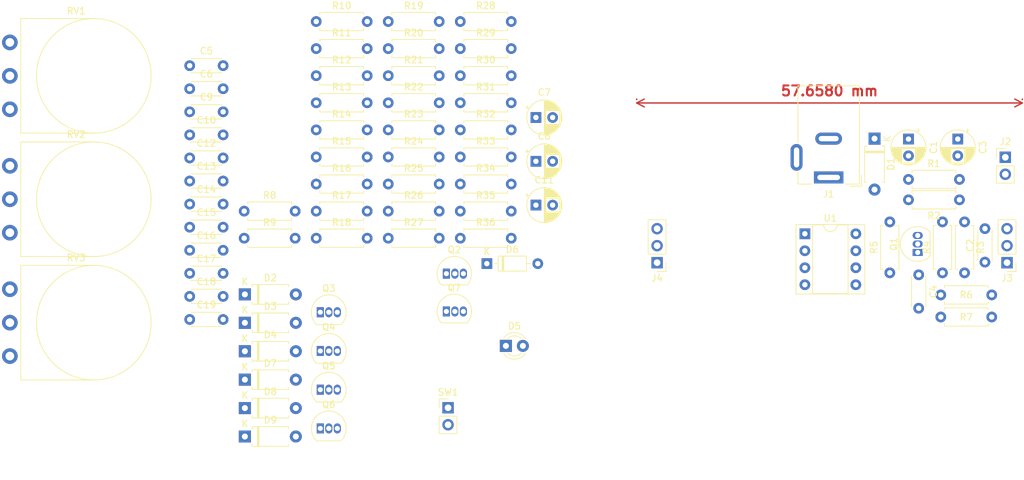
<source format=kicad_pcb>
(kicad_pcb (version 20221018) (generator pcbnew)
  (layers (0 "F.Cu" signal) (31 "B.Cu" signal) (34 "B.Paste" user) (35 "F.Paste" user) (36 "B.SilkS" user "B.Silkscreen") (37 "F.SilkS" user "F.Silkscreen") (38 "B.Mask" user) (39 "F.Mask" user) (44 "Edge.Cuts" user))
  (net 0 "")
  (net 1 "9V")
  (net 2 "Net-(D1-A)")
  (net 3 "Net-(C2-Pad1)")
  (net 4 "Net-(C2-Pad2)")
  (net 5 "4V5")
  (net 6 "Net-(Q1-E)")
  (net 7 "Net-(C4-Pad2)")
  (net 8 "Net-(C5-Pad1)")
  (net 9 "Net-(D2-K)")
  (net 10 "Net-(D2-A)")
  (net 11 "Net-(U1B-+)")
  (net 12 "GND")
  (net 13 "Net-(C8-Pad1)")
  (net 14 "Net-(C8-Pad2)")
  (net 15 "Net-(C9-Pad1)")
  (net 16 "Net-(C9-Pad2)")
  (net 17 "Net-(Q2-S)")
  (net 18 "Net-(C10-Pad2)")
  (net 19 "Net-(C11-Pad1)")
  (net 20 "Net-(C11-Pad2)")
  (net 21 "Net-(D4-K)")
  (net 22 "Net-(Q4-B)")
  (net 23 "Net-(Q6-B)")
  (net 24 "Net-(Q5-B)")
  (net 25 "Net-(Q6-C)")
  (net 26 "Net-(C15-Pad1)")
  (net 27 "Net-(D8-K)")
  (net 28 "Net-(Q7-D)")
  (net 29 "Net-(D4-A)")
  (net 30 "Net-(D5-K)")
  (net 31 "Net-(D5-A)")
  (net 32 "Net-(D6-K)")
  (net 33 "Net-(D6-A)")
  (net 34 "Net-(D7-K)")
  (net 35 "Net-(D7-A)")
  (net 36 "Net-(D8-A)")
  (net 37 "Net-(D9-K)")
  (net 38 "Net-(J2-Pin_2)")
  (net 40 "Net-(Q1-B)")
  (net 41 "Net-(Q2-D)")
  (net 42 "Net-(Q3-E)")
  (net 43 "Net-(Q3-B)")
  (net 44 "Net-(U1A-+)")
  (net 45 "Net-(R9-Pad2)")
  (net 46 "Net-(U1B--)")
  (net 47 "Net-(R14-Pad2)")
  (net 48 "Net-(R29-Pad1)")
  (net 49 "Net-(R32-Pad2)")
  (footprint "Capacitor_THT:C_Disc_D4.3mm_W1.9mm_P5.00mm" (layer "F.Cu") (at 73.878 54.64)
    (fp_text reference "C15" (at 2.5 -2.2) (layer "F.SilkS"))
    (fp_text value "1n")
    (pad "1" thru_hole circle (at 0 0) (size 1.6 1.6) (drill 0.8) (layers "*.Cu" "*.Mask") (net 26 "Net-(C15-Pad1)"))
    (pad "2" thru_hole circle (at 5 0) (size 1.6 1.6) (drill 0.8) (layers "*.Cu" "*.Mask") (net 24 "Net-(Q5-B)"))
  )
  (footprint "Resistor_THT:R_Axial_DIN0207_L6.3mm_D2.5mm_P7.62mm_Horizontal" (layer "F.Cu") (at 103.568 48.19)
    (fp_text reference "R25" (at 3.81 -2.37) (layer "F.SilkS"))
    (fp_text value "56K")
    (pad "1" thru_hole circle (at 0 0) (size 1.6 1.6) (drill 0.8) (layers "*.Cu" "*.Mask") (net 25 "Net-(Q6-C)"))
    (pad "2" thru_hole oval (at 7.62 0) (size 1.6 1.6) (drill 0.8) (layers "*.Cu" "*.Mask") (net 24 "Net-(Q5-B)"))
  )
  (footprint "Package_TO_SOT_THT:TO-92L_Inline" (layer "F.Cu") (at 112.258 67.24)
    (fp_text reference "Q7" (at 1.19 -3.56) (layer "F.SilkS"))
    (fp_text value "2SK44SP")
    (pad "1" thru_hole rect (at 0 0) (size 1.05 1.5) (drill 0.75) (layers "*.Cu" "*.Mask") (net 28 "Net-(Q7-D)"))
    (pad "2" thru_hole oval (at 1.27 0) (size 1.05 1.5) (drill 0.75) (layers "*.Cu" "*.Mask") (net 17 "Net-(Q2-S)"))
    (pad "3" thru_hole oval (at 2.54 0) (size 1.05 1.5) (drill 0.75) (layers "*.Cu" "*.Mask") (net 36 "Net-(D8-A)"))
  )
  (footprint "Resistor_THT:R_Axial_DIN0207_L6.3mm_D2.5mm_P7.62mm_Horizontal" (layer "F.Cu") (at 114.338 27.94)
    (fp_text reference "R29" (at 3.81 -2.37) (layer "F.SilkS"))
    (fp_text value "62K")
    (pad "1" thru_hole circle (at 0 0) (size 1.6 1.6) (drill 0.8) (layers "*.Cu" "*.Mask") (net 48 "Net-(R29-Pad1)"))
    (pad "2" thru_hole oval (at 7.62 0) (size 1.6 1.6) (drill 0.8) (layers "*.Cu" "*.Mask") (net 1 "9V"))
  )
  (footprint "Resistor_THT:R_Axial_DIN0207_L6.3mm_D2.5mm_P7.62mm_Horizontal" (layer "F.Cu") (at 114.338 40.09)
    (fp_text reference "R32" (at 3.81 -2.37) (layer "F.SilkS"))
    (fp_text value "22K")
    (pad "1" thru_hole circle (at 0 0) (size 1.6 1.6) (drill 0.8) (layers "*.Cu" "*.Mask") (net 26 "Net-(C15-Pad1)"))
    (pad "2" thru_hole oval (at 7.62 0) (size 1.6 1.6) (drill 0.8) (layers "*.Cu" "*.Mask") (net 49 "Net-(R32-Pad2)"))
  )
  (footprint "Resistor_THT:R_Axial_DIN0207_L6.3mm_D2.5mm_P7.62mm_Horizontal" (layer "F.Cu") (at 178.562 61.468 90)
    (fp_text reference "R5" (at 3.81 -2.37 90) (layer "F.SilkS"))
    (fp_text value "10K")
    (pad "1" thru_hole circle (at 0 0 90) (size 1.6 1.6) (drill 0.8) (layers "*.Cu" "*.Mask") (net 12 "GND"))
    (pad "2" thru_hole oval (at 7.62 0 90) (size 1.6 1.6) (drill 0.8) (layers "*.Cu" "*.Mask") (net 6 "Net-(Q1-E)"))
  )
  (footprint "Potentiometer_THT:Potentiometer_Omeg_PC16BU_Vertical" (layer "F.Cu") (at 46.99 55.464)
    (fp_text reference "RV2" (at 9.915 -14.7) (layer "F.SilkS"))
    (fp_text value "20K")
    (pad "1" thru_hole circle (at 0 0) (size 2.34 2.34) (drill 1.3) (layers "*.Cu" "*.Mask") (net 11 "Net-(U1B-+)"))
    (pad "2" thru_hole circle (at 0 -5) (size 2.34 2.34) (drill 1.3) (layers "*.Cu" "*.Mask") (net 13 "Net-(C8-Pad1)"))
    (pad "3" thru_hole circle (at 0 -10) (size 2.34 2.34) (drill 1.3) (layers "*.Cu" "*.Mask") (net 46 "Net-(U1B--)"))
  )
  (footprint "Resistor_THT:R_Axial_DIN0207_L6.3mm_D2.5mm_P7.62mm_Horizontal" (layer "F.Cu") (at 92.798 56.29)
    (fp_text reference "R18" (at 3.81 -2.37) (layer "F.SilkS"))
    (fp_text value "100")
    (pad "1" thru_hole circle (at 0 0) (size 1.6 1.6) (drill 0.8) (layers "*.Cu" "*.Mask") (net 42 "Net-(Q3-E)"))
    (pad "2" thru_hole oval (at 7.62 0) (size 1.6 1.6) (drill 0.8) (layers "*.Cu" "*.Mask") (net 19 "Net-(C11-Pad1)"))
  )
  (footprint "Connector_PinHeader_2.54mm:PinHeader_1x03_P2.54mm_Vertical" (layer "F.Cu") (at 143.764 59.944 180)
    (fp_text reference "J4" (at 0 -2.33) (layer "F.SilkS"))
    (fp_text value "OUT")
    (pad "1" thru_hole rect (at 0 0 180) (size 1.7 1.7) (drill 1) (layers "*.Cu" "*.Mask") (net 20 "Net-(C11-Pad2)"))
    (pad "2" thru_hole oval (at 0 2.54 180) (size 1.7 1.7) (drill 1) (layers "*.Cu" "*.Mask") (net 12 "GND"))
    (pad "3" thru_hole oval (at 0 5.08 180) (size 1.7 1.7) (drill 1) (layers "*.Cu" "*.Mask"))
  )
  (footprint "Resistor_THT:R_Axial_DIN0207_L6.3mm_D2.5mm_P7.62mm_Horizontal" (layer "F.Cu") (at 92.798 44.14)
    (fp_text reference "R15" (at 3.81 -2.37) (layer "F.SilkS"))
    (fp_text value "1K")
    (pad "1" thru_hole circle (at 0 0) (size 1.6 1.6) (drill 0.8) (layers "*.Cu" "*.Mask") (net 18 "Net-(C10-Pad2)"))
    (pad "2" thru_hole oval (at 7.62 0) (size 1.6 1.6) (drill 0.8) (layers "*.Cu" "*.Mask") (net 43 "Net-(Q3-B)"))
  )
  (footprint "Connector_PinHeader_2.54mm:PinHeader_1x02_P2.54mm_Vertical" (layer "F.Cu") (at 195.834 44.191)
    (fp_text reference "J2" (at 0 -2.33) (layer "F.SilkS"))
    (fp_text value "BAT")
    (pad "1" thru_hole rect (at 0 0) (size 1.7 1.7) (drill 1) (layers "*.Cu" "*.Mask") (net 31 "Net-(D5-A)"))
    (pad "2" thru_hole oval (at 0 2.54) (size 1.7 1.7) (drill 1) (layers "*.Cu" "*.Mask") (net 38 "Net-(J2-Pin_2)"))
  )
  (footprint "Resistor_THT:R_Axial_DIN0207_L6.3mm_D2.5mm_P7.62mm_Horizontal" (layer "F.Cu") (at 103.568 27.94)
    (fp_text reference "R20" (at 3.81 -2.37) (layer "F.SilkS"))
    (fp_text value "136K")
    (pad "1" thru_hole circle (at 0 0) (size 1.6 1.6) (drill 0.8) (layers "*.Cu" "*.Mask") (net 32 "Net-(D6-K)"))
    (pad "2" thru_hole oval (at 7.62 0) (size 1.6 1.6) (drill 0.8) (layers "*.Cu" "*.Mask") (net 30 "Net-(D5-K)"))
  )
  (footprint "Connector_BarrelJack:BarrelJack_Wuerth_6941xx301002" (layer "F.Cu") (at 169.418 47.202 180)
    (fp_text reference "J1" (at 0 -2.5) (layer "F.SilkS"))
    (fp_text value "DC 9V")
    (pad "1" thru_hole rect (at 0 0 180) (size 4.4 1.8) (drill oval 3.4 0.8) (layers "*.Cu" "*.Mask") (net 2 "Net-(D1-A)"))
    (pad "2" thru_hole oval (at 0 5.8 180) (size 4 1.8) (drill oval 3 0.8) (layers "*.Cu" "*.Mask") (net 1 "9V"))
    (pad "3" thru_hole oval (at 4.8 3 270) (size 4 1.8) (drill oval 3 0.8) (layers "*.Cu" "*.Mask") (net 31 "Net-(D5-A)"))
  )
  (footprint "Package_TO_SOT_THT:TO-92L_Inline" (layer "F.Cu") (at 112.258 61.59)
    (fp_text reference "Q2" (at 1.19 -3.56) (layer "F.SilkS"))
    (fp_text value "2SK44SP")
    (pad "1" thru_hole rect (at 0 0) (size 1.05 1.5) (drill 0.75) (layers "*.Cu" "*.Mask") (net 41 "Net-(Q2-D)"))
    (pad "2" thru_hole oval (at 1.27 0) (size 1.05 1.5) (drill 0.75) (layers "*.Cu" "*.Mask") (net 17 "Net-(Q2-S)"))
    (pad "3" thru_hole oval (at 2.54 0) (size 1.05 1.5) (drill 0.75) (layers "*.Cu" "*.Mask") (net 29 "Net-(D4-A)"))
  )
  (footprint "Capacitor_THT:C_Disc_D4.3mm_W1.9mm_P5.00mm" (layer "F.Cu") (at 73.878 44.29)
    (fp_text reference "C12" (at 2.5 -2.2) (layer "F.SilkS"))
    (fp_text value "0.02")
    (pad "1" thru_hole circle (at 0 0) (size 1.6 1.6) (drill 0.8) (layers "*.Cu" "*.Mask") (net 21 "Net-(D4-K)"))
    (pad "2" thru_hole circle (at 5 0) (size 1.6 1.6) (drill 0.8) (layers "*.Cu" "*.Mask") (net 12 "GND"))
  )
  (footprint "Resistor_THT:R_Axial_DIN0207_L6.3mm_D2.5mm_P7.62mm_Horizontal" (layer "F.Cu") (at 114.338 31.99)
    (fp_text reference "R30" (at 3.81 -2.37) (layer "F.SilkS"))
    (fp_text value "1M")
    (pad "1" thru_hole circle (at 0 0) (size 1.6 1.6) (drill 0.8) (layers "*.Cu" "*.Mask") (net 26 "Net-(C15-Pad1)"))
    (pad "2" thru_hole oval (at 7.62 0) (size 1.6 1.6) (drill 0.8) (layers "*.Cu" "*.Mask") (net 48 "Net-(R29-Pad1)"))
  )
  (footprint "Connector_PinHeader_2.54mm:PinHeader_1x02_P2.54mm_Vertical" (layer "F.Cu") (at 112.508 81.64)
    (fp_text reference "SW1" (at 0 -2.33) (layer "F.SilkS"))
    (fp_text value "SW_Push")
    (pad "1" thru_hole rect (at 0 0) (size 1.7 1.7) (drill 1) (layers "*.Cu" "*.Mask") (net 12 "GND"))
    (pad "2" thru_hole oval (at 0 2.54) (size 1.7 1.7) (drill 1) (layers "*.Cu" "*.Mask") (net 49 "Net-(R32-Pad2)"))
  )
  (footprint "Capacitor_THT:C_Disc_D4.3mm_W1.9mm_P5.00mm" (layer "F.Cu") (at 73.878 47.74)
    (fp_text reference "C13" (at 2.5 -2.2) (layer "F.SilkS"))
    (fp_text value "100p")
    (pad "1" thru_hole circle (at 0 0) (size 1.6 1.6) (drill 0.8) (layers "*.Cu" "*.Mask") (net 22 "Net-(Q4-B)"))
    (pad "2" thru_hole circle (at 5 0) (size 1.6 1.6) (drill 0.8) (layers "*.Cu" "*.Mask") (net 23 "Net-(Q6-B)"))
  )
  (footprint "Diode_THT:D_A-405_P7.62mm_Horizontal" (layer "F.Cu") (at 82.128 81.69)
    (fp_text reference "D8" (at 3.81 -2.47) (layer "F.SilkS"))
    (fp_text value "D")
    (fp_text user "K" (at 0 -1.9) (layer "F.SilkS"))
    (pad "1" thru_hole rect (at 0 0) (size 1.8 1.8) (drill 0.9) (layers "*.Cu" "*.Mask") (net 27 "Net-(D8-K)"))
    (pad "2" thru_hole oval (at 7.62 0) (size 1.8 1.8) (drill 0.9) (layers "*.Cu" "*.Mask") (net 36 "Net-(D8-A)"))
  )
  (footprint "Capacitor_THT:C_Disc_D4.3mm_W1.9mm_P5.00mm" (layer "F.Cu") (at 73.878 37.39)
    (fp_text reference "C9" (at 2.5 -2.2) (layer "F.SilkS"))
    (fp_text value "1uF/50V")
    (pad "1" thru_hole circle (at 0 0) (size 1.6 1.6) (drill 0.8) (layers "*.Cu" "*.Mask") (net 15 "Net-(C9-Pad1)"))
    (pad "2" thru_hole circle (at 5 0) (size 1.6 1.6) (drill 0.8) (layers "*.Cu" "*.Mask") (net 16 "Net-(C9-Pad2)"))
  )
  (footprint "Capacitor_THT:C_Disc_D4.3mm_W1.9mm_P5.00mm" (layer "F.Cu") (at 73.878 64.99)
    (fp_text reference "C18" (at 2.5 -2.2) (layer "F.SilkS"))
    (fp_text value "0.047")
    (pad "1" thru_hole circle (at 0 0) (size 1.6 1.6) (drill 0.8) (layers "*.Cu" "*.Mask") (net 12 "GND"))
    (pad "2" thru_hole circle (at 5 0) (size 1.6 1.6) (drill 0.8) (layers "*.Cu" "*.Mask") (net 27 "Net-(D8-K)"))
  )
  (footprint "Resistor_THT:R_Axial_DIN0207_L6.3mm_D2.5mm_P7.62mm_Horizontal" (layer "F.Cu") (at 92.798 52.24)
    (fp_text reference "R17" (at 3.81 -2.37) (layer "F.SilkS"))
    (fp_text value "10K")
    (pad "1" thru_hole circle (at 0 0) (size 1.6 1.6) (drill 0.8) (layers "*.Cu" "*.Mask") (net 12 "GND"))
    (pad "2" thru_hole oval (at 7.62 0) (size 1.6 1.6) (drill 0.8) (layers "*.Cu" "*.Mask") (net 42 "Net-(Q3-E)"))
  )
  (footprint "Package_DIP:DIP-8_W7.62mm_Socket" (layer "F.Cu") (at 165.862 55.626)
    (fp_text reference "U1" (at 3.81 -2.33) (layer "F.SilkS"))
    (fp_text value "RC4558")
    (pad "1" thru_hole rect (at 0 0) (size 1.6 1.6) (drill 0.8) (layers "*.Cu" "*.Mask") (net 10 "Net-(D2-A)"))
    (pad "2" thru_hole oval (at 0 2.54) (size 1.6 1.6) (drill 0.8) (layers "*.Cu" "*.Mask") (net 9 "Net-(D2-K)"))
    (pad "3" thru_hole oval (at 0 5.08) (size 1.6 1.6) (drill 0.8) (layers "*.Cu" "*.Mask") (net 44 "Net-(U1A-+)"))
    (pad "4" thru_hole oval (at 0 7.62) (size 1.6 1.6) (drill 0.8) (layers "*.Cu" "*.Mask") (net 12 "GND"))
    (pad "5" thru_hole oval (at 7.62 7.62) (size 1.6 1.6) (drill 0.8) (layers "*.Cu" "*.Mask") (net 11 "Net-(U1B-+)"))
    (pad "6" thru_hole oval (at 7.62 5.08) (size 1.6 1.6) (drill 0.8) (layers "*.Cu" "*.Mask") (net 46 "Net-(U1B--)"))
    (pad "7" thru_hole oval (at 7.62 2.54) (size 1.6 1.6) (drill 0.8) (layers "*.Cu" "*.Mask") (net 15 "Net-(C9-Pad1)"))
    (pad "8" thru_hole oval (at 7.62 0) (size 1.6 1.6) (drill 0.8) (layers "*.Cu" "*.Mask") (net 1 "9V"))
  )
  (footprint "Resistor_THT:R_Axial_DIN0207_L6.3mm_D2.5mm_P7.62mm_Horizontal" (layer "F.Cu") (at 103.568 23.89)
    (fp_text reference "R19" (at 3.81 -2.37) (layer "F.SilkS"))
    (fp_text value "10K")
    (pad "1" thru_hole circle (at 0 0) (size 1.6 1.6) (drill 0.8) (layers "*.Cu" "*.Mask") (net 12 "GND"))
    (pad "2" thru_hole oval (at 7.62 0) (size 1.6 1.6) (drill 0.8) (layers "*.Cu" "*.Mask") (net 20 "Net-(C11-Pad2)"))
  )
  (footprint "Capacitor_THT:CP_Radial_D5.0mm_P2.50mm" (layer "F.Cu") (at 125.647775 44.79)
    (fp_text reference "C8" (at 1.25 -3.75) (layer "F.SilkS"))
    (fp_text value "0.22uF/10V")
    (pad "1" thru_hole rect (at 0 0) (size 1.6 1.6) (drill 0.8) (layers "*.Cu" "*.Mask") (net 13 "Net-(C8-Pad1)"))
    (pad "2" thru_hole circle (at 2.5 0) (size 1.6 1.6) (drill 0.8) (layers "*.Cu" "*.Mask") (net 14 "Net-(C8-Pad2)"))
  )
  (footprint "Resistor_THT:R_Axial_DIN0207_L6.3mm_D2.5mm_P7.62mm_Horizontal" (layer "F.Cu") (at 186.436 61.468 90)
    (fp_text reference "R4" (at 3.81 -2.37 90) (layer "F.SilkS"))
    (fp_text value "510K")
    (pad "1" thru_hole circle (at 0 0 90) (size 1.6 1.6) (drill 0.8) (layers "*.Cu" "*.Mask") (net 40 "Net-(Q1-B)"))
    (pad "2" thru_hole oval (at 7.62 0 90) (size 1.6 1.6) (drill 0.8) (layers "*.Cu" "*.Mask") (net 5 "4V5"))
  )
  (footprint "Resistor_THT:R_Axial_DIN0207_L6.3mm_D2.5mm_P7.62mm_Horizontal" (layer "F.Cu") (at 189.738 53.848 -90)
    (fp_text reference "R3" (at 3.81 -2.37 90) (layer "F.SilkS"))
    (fp_text value "1K")
    (pad "1" thru_hole circle (at 0 0 270) (size 1.6 1.6) (drill 0.8) (layers "*.Cu" "*.Mask") (net 4 "Net-(C2-Pad2)"))
    (pad "2" thru_hole oval (at 7.62 0 270) (size 1.6 1.6) (drill 0.8) (layers "*.Cu" "*.Mask") (net 40 "Net-(Q1-B)"))
  )
  (footprint "Capacitor_THT:CP_Radial_D5.0mm_P2.50mm" (layer "F.Cu") (at 125.647775 38.24)
    (fp_text reference "C7" (at 1.25 -3.75) (layer "F.SilkS"))
    (fp_text value "0.22uF/10V")
    (pad "1" thru_hole rect (at 0 0) (size 1.6 1.6) (drill 0.8) (layers "*.Cu" "*.Mask") (net 11 "Net-(U1B-+)"))
    (pad "2" thru_hole circle (at 2.5 0) (size 1.6 1.6) (drill 0.8) (layers "*.Cu" "*.Mask") (net 12 "GND"))
  )
  (footprint "Resistor_THT:R_Axial_DIN0207_L6.3mm_D2.5mm_P7.62mm_Horizontal" (layer "F.Cu") (at 92.798 31.99)
    (fp_text reference "R12" (at 3.81 -2.37) (layer "F.SilkS"))
    (fp_text value "1K")
    (pad "1" thru_hole circle (at 0 0) (size 1.6 1.6) (drill 0.8) (layers "*.Cu" "*.Mask") (net 46 "Net-(U1B--)"))
    (pad "2" thru_hole oval (at 7.62 0) (size 1.6 1.6) (drill 0.8) (layers "*.Cu" "*.Mask") (net 15 "Net-(C9-Pad1)"))
  )
  (footprint "Resistor_THT:R_Axial_DIN0207_L6.3mm_D2.5mm_P7.62mm_Horizontal" (layer "F.Cu") (at 186.182 64.77)
    (fp_text reference "R6" (at 3.81 0) (layer "F.SilkS"))
    (fp_text value "1K")
    (pad "1" thru_hole circle (at 0 0) (size 1.6 1.6) (drill 0.8) (layers "*.Cu" "*.Mask") (net 7 "Net-(C4-Pad2)"))
    (pad "2" thru_hole oval (at 7.62 0) (size 1.6 1.6) (drill 0.8) (layers "*.Cu" "*.Mask") (net 44 "Net-(U1A-+)"))
  )
  (footprint "Diode_THT:D_A-405_P7.62mm_Horizontal" (layer "F.Cu") (at 82.128 68.94)
    (fp_text reference "D3" (at 3.81 -2.47) (layer "F.SilkS"))
    (fp_text value "D")
    (fp_text user "K" (at 0 -1.9) (layer "F.SilkS"))
    (pad "1" thru_hole rect (at 0 0) (size 1.8 1.8) (drill 0.9) (layers "*.Cu" "*.Mask") (net 10 "Net-(D2-A)"))
    (pad "2" thru_hole oval (at 7.62 0) (size 1.8 1.8) (drill 0.9) (layers "*.Cu" "*.Mask") (net 9 "Net-(D2-K)"))
  )
  (footprint "Resistor_THT:R_Axial_DIN0207_L6.3mm_D2.5mm_P7.62mm_Horizontal" (layer "F.Cu") (at 114.338 36.04)
    (fp_text reference "R31" (at 3.81 -2.37) (layer "F.SilkS"))
    (fp_text value "22K")
    (pad "1" thru_hole circle (at 0 0) (size 1.6 1.6) (drill 0.8) (layers "*.Cu" "*.Mask") (net 48 "Net-(R29-Pad1)"))
    (pad "2" thru_hole oval (at 7.62 0) (size 1.6 1.6) (drill 0.8) (layers "*.Cu" "*.Mask") (net 12 "GND"))
  )
  (footprint "Capacitor_THT:C_Disc_D4.3mm_W1.9mm_P5.00mm" (layer "F.Cu") (at 192.786 59.864 90)
    (fp_text reference "C2" (at 2.5 -2.2 90) (layer "F.SilkS"))
    (fp_text value "0.02")
    (pad "1" thru_hole circle (at 0 0 90) (size 1.6 1.6) (drill 0.8) (layers "*.Cu" "*.Mask") (net 3 "Net-(C2-Pad1)"))
    (pad "2" thru_hole circle (at 5 0 90) (size 1.6 1.6) (drill 0.8) (layers "*.Cu" "*.Mask") (net 4 "Net-(C2-Pad2)"))
  )
  (footprint "Capacitor_THT:CP_Radial_D5.0mm_P2.50mm" (layer "F.Cu") (at 125.647775 51.34)
    (fp_text reference "C11" (at 1.25 -3.75) (layer "F.SilkS"))
    (fp_text value "10uF/35V")
    (pad "1" thru_hole rect (at 0 0) (size 1.6 1.6) (drill 0.8) (layers "*.Cu" "*.Mask") (net 19 "Net-(C11-Pad1)"))
    (pad "2" thru_hole circle (at 2.5 0) (size 1.6 1.6) (drill 0.8) (layers "*.Cu" "*.Mask") (net 20 "Net-(C11-Pad2)"))
  )
  (footprint "Capacitor_THT:C_Disc_D4.3mm_W1.9mm_P5.00mm" (layer "F.Cu") (at 73.878 61.54)
    (fp_text reference "C17" (at 2.5 -2.2) (layer "F.SilkS"))
    (fp_text value "1n")
    (pad "1" thru_hole circle (at 0 0) (size 1.6 1.6) (drill 0.8) (layers "*.Cu" "*.Mask") (net 12 "GND"))
    (pad "2" thru_hole circle (at 5 0) (size 1.6 1.6) (drill 0.8) (layers "*.Cu" "*.Mask") (net 26 "Net-(C15-Pad1)"))
  )
  (footprint "Resistor_THT:R_Axial_DIN0207_L6.3mm_D2.5mm_P7.62mm_Horizontal" (layer "F.Cu") (at 114.338 52.24)
    (fp_text reference "R35" (at 3.81 -2.37) (layer "F.SilkS"))
    (fp_text value "510K")
    (pad "1" thru_hole circle (at 0 0) (size 1.6 1.6) (drill 0.8) (layers "*.Cu" "*.Mask") (net 5 "4V5"))
    (pad "2" thru_hole oval (at 7.62 0) (size 1.6 1.6) (drill 0.8) (layers "*.Cu" "*.Mask") (net 17 "Net-(Q2-S)"))
  )
  (footprint "Resistor_THT:R_Axial_DIN0207_L6.3mm_D2.5mm_P7.62mm_Horizontal" (layer "F.Cu") (at 103.568 36.04)
    (fp_text reference "R22" (at 3.81 -2.37) (layer "F.SilkS"))
    (fp_text value "56K")
    (pad "1" thru_hole circle (at 0 0) (size 1.6 1.6) (drill 0.8) (layers "*.Cu" "*.Mask") (net 22 "Net-(Q4-B)"))
    (pad "2" thru_hole oval (at 7.62 0) (size 1.6 1.6) (drill 0.8) (layers "*.Cu" "*.Mask") (net 1 "9V"))
  )
  (footprint "Resistor_THT:R_Axial_DIN0207_L6.3mm_D2.5mm_P7.62mm_Horizontal" (layer "F.Cu") (at 114.338 56.29)
    (fp_text reference "R36" (at 3.81 -2.37) (layer "F.SilkS"))
    (fp_text value "510K")
    (pad "1" thru_hole circle (at 0 0) (size 1.6 1.6) (drill 0.8) (layers "*.Cu" "*.Mask") (net 5 "4V5"))
    (pad "2" thru_hole oval (at 7.62 0) (size 1.6 1.6) (drill 0.8) (layers "*.Cu" "*.Mask") (net 28 "Net-(Q7-D)"))
  )
  (footprint "Capacitor_THT:C_Disc_D4.3mm_W1.9mm_P5.00mm" (layer "F.Cu") (at 182.88 61.762 -90)
    (fp_text reference "C4" (at 2.5 -2.2 90) (layer "F.SilkS"))
    (fp_text value "0.02")
    (pad "1" thru_hole circle (at 0 0 270) (size 1.6 1.6) (drill 0.8) (layers "*.Cu" "*.Mask") (net 6 "Net-(Q1-E)"))
    (pad "2" thru_hole circle (at 5 0 270) (size 1.6 1.6) (drill 0.8) (layers "*.Cu" "*.Mask") (net 7 "Net-(C4-Pad2)"))
  )
  (footprint "Resistor_THT:R_Axial_DIN0207_L6.3mm_D2.5mm_P7.62mm_Horizontal" (layer "F.Cu") (at 92.798 36.04)
    (fp_text reference "R13" (at 3.81 -2.37) (layer "F.SilkS"))
    (fp_text value "220")
    (pad "1" thru_hole circle (at 0 0) (size 1.6 1.6) (drill 0.8) (layers "*.Cu" "*.Mask") (net 12 "GND"))
    (pad "2" thru_hole oval (at 7.62 0) (size 1.6 1.6) (drill 0.8) (layers "*.Cu" "*.Mask") (net 14 "Net-(C8-Pad2)"))
  )
  (footprint "Resistor_THT:R_Axial_DIN0207_L6.3mm_D2.5mm_P7.62mm_Horizontal" (layer "F.Cu") (at 92.798 40.09)
    (fp_text reference "R14" (at 3.81 -2.37) (layer "F.SilkS"))
    (fp_text value "1K")
    (pad "1" thru_hole circle (at 0 0) (size 1.6 1.6) (drill 0.8) (layers "*.Cu" "*.Mask") (net 16 "Net-(C9-Pad2)"))
    (pad "2" thru_hole oval (at 7.62 0) (size 1.6 1.6) (drill 0.8) (layers "*.Cu" "*.Mask") (net 47 "Net-(R14-Pad2)"))
  )
  (footprint "Package_TO_SOT_THT:TO-92_Inline" (layer "F.Cu") (at 93.408 67.36)
    (fp_text reference "Q3" (at 1.27 -3.56) (layer "F.SilkS"))
    (fp_text value "2SC1815")
    (pad "1" thru_hole rect (at 0 0) (size 1.05 1.5) (drill 0.75) (layers "*.Cu" "*.Mask") (net 42 "Net-(Q3-E)"))
    (pad "2" thru_hole oval (at 1.27 0) (size 1.05 1.5) (drill 0.75) (layers "*.Cu" "*.Mask") (net 1 "9V"))
    (pad "3" thru_hole oval (at 2.54 0) (size 1.05 1.5) (drill 0.75) (layers "*.Cu" "*.Mask") (net 43 "Net-(Q3-B)"))
  )
  (footprint "Capacitor_THT:CP_Radial_D5.0mm_P2.50mm" (layer "F.Cu") (at 188.722 41.466888 -90)
    (fp_text reference "C3" (at 1.25 -3.75 90) (layer "F.SilkS"))
    (fp_text value "100uF/10V")
    (pad "1" thru_hole rect (at 0 0 270) (size 1.6 1.6) (drill 0.8) (layers "*.Cu" "*.Mask") (net 5 "4V5"))
    (pad "2" thru_hole circle (at 2.5 0 270) (size 1.6 1.6) (drill 0.8) (layers "*.Cu" "*.Mask") (net 2 "Net-(D1-A)"))
  )
  (footprint "Package_TO_SOT_THT:TO-92_Inline" (layer "F.Cu") (at 93.408 73.15)
    (fp_text reference "Q4" (at 1.27 -3.56) (layer "F.SilkS"))
    (fp_text value "2SC1815")
    (pad "1" thru_hole rect (at 0 0) (size 1.05 1.5) (drill 0.75) (layers "*.Cu" "*.Mask") (net 35 "Net-(D7-A)"))
    (pad "2" thru_hole oval (at 1.27 0) (size 1.05 1.5) (drill 0.75) (layers "*.Cu" "*.Mask") (net 33 "Net-(D6-A)"))
    (pad "3" thru_hole oval (at 2.54 0) (size 1.05 1.5) (drill 0.75) (layers "*.Cu" "*.Mask") (net 22 "Net-(Q4-B)"))
  )
  (footprint "Diode_THT:D_A-405_P7.62mm_Horizontal" (layer "F.Cu") (at 82.128 77.44)
    (fp_text reference "D7" (at 3.81 -2.47) (layer "F.SilkS"))
    (fp_text value "D")
    (fp_text user "K" (at 0 -1.9) (layer "F.SilkS"))
    (pad "1" thru_hole rect (at 0 0) (size 1.8 1.8) (drill 0.9) (layers "*.Cu" "*.Mask") (net 34 "Net-(D7-K)"))
    (pad "2" thru_hole oval (at 7.62 0) (size 1.8 1.8) (drill 0.9) (layers "*.Cu" "*.Mask") (net 35 "Net-(D7-A)"))
  )
  (footprint "Diode_THT:D_A-405_P7.62mm_Horizontal" (layer "F.Cu") (at 176.276 41.402 -90)
    (fp_text reference "D1" (at 3.81 -2.47 90) (layer "F.SilkS"))
    (fp_text value "D")
    (fp_text user "K" (at 0 -1.9 90) (layer "F.SilkS"))
    (pad "1" thru_hole rect (at 0 0 270) (size 1.8 1.8) (drill 0.9) (layers "*.Cu" "*.Mask") (net 1 "9V"))
    (pad "2" thru_hole oval (at 7.62 0 270) (size 1.8 1.8) (drill 0.9) (layers "*.Cu" "*.Mask") (net 2 "Net-(D1-A)"))
  )
  (footprint "Resistor_THT:R_Axial_DIN0207_L6.3mm_D2.5mm_P7.62mm_Horizontal" (layer "F.Cu") (at 92.798 48.19)
    (fp_text reference "R16" (at 3.81 -2.37) (layer "F.SilkS"))
    (fp_text value "510K")
    (pad "1" thru_hole circle (at 0 0) (size 1.6 1.6) (drill 0.8) (layers "*.Cu" "*.Mask") (net 43 "Net-(Q3-B)"))
    (pad "2" thru_hole oval (at 7.62 0) (size 1.6 1.6) (drill 0.8) (layers "*.Cu" "*.Mask") (net 5 "4V5"))
  )
  (footprint "Package_TO_SOT_THT:TO-92_Inline" (layer "F.Cu") (at 182.732 58.42 90)
    (fp_text reference "Q1" (at 1.27 -3.56 90) (layer "F.SilkS"))
    (fp_text value "2SC1815")
    (pad "1" thru_hole rect (at 0 0 90) (size 1.05 1.5) (drill 0.75) (layers "*.Cu" "*.Mask") (net 6 "Net-(Q1-E)"))
    (pad "2" thru_hole oval (at 1.27 0 90) (size 1.05 1.5) (drill 0.75) (layers "*.Cu" "*.Mask") (net 1 "9V"))
    (pad "3" thru_hole oval (at 2.54 0 90) (size 1.05 1.5) (drill 0.75) (layers "*.Cu" "*.Mask") (net 40 "Net-(Q1-B)"))
  )
  (footprint "Resistor_THT:R_Axial_DIN0207_L6.3mm_D2.5mm_P7.62mm_Horizontal" (layer "F.Cu") (at 92.798 23.89)
    (fp_text reference "R10" (at 3.81 -2.37) (layer "F.SilkS"))
    (fp_text value "1K")
    (pad "1" thru_hole circle (at 0 0) (size 1.6 1.6) (drill 0.8) (layers "*.Cu" "*.Mask") (net 10 "Net-(D2-A)"))
    (pad "2" thru_hole oval (at 7.62 0) (size 1.6 1.6) (drill 0.8) (layers "*.Cu" "*.Mask") (net 11 "Net-(U1B-+)"))
  )
  (footprint "Capacitor_THT:C_Disc_D4.3mm_W1.9mm_P5.00mm" (layer "F.Cu") (at 73.878 51.19)
    (fp_text reference "C14" (at 2.5 -2.2) (layer "F.SilkS"))
    (fp_text value "100p")
    (pad "1" thru_hole circle (at 0 0) (size 1.6 1.6) (drill 0.8) (layers "*.Cu" "*.Mask") (net 24 "Net-(Q5-B)"))
    (pad "2" thru_hole circle (at 5 0) (size 1.6 1.6) (drill 0.8) (layers "*.Cu" "*.Mask") (net 25 "Net-(Q6-C)"))
  )
  (footprint "Resistor_THT:R_Axial_DIN0207_L6.3mm_D2.5mm_P7.62mm_Horizontal" (layer "F.Cu") (at 103.568 56.29)
    (fp_text reference "R27" (at 3.81 -2.37) (layer "F.SilkS"))
    (fp_text value "56K")
    (pad "1" thru_hole circle (at 0 0) (size 1.6 1.6) (drill 0.8) (layers "*.Cu" "*.Mask") (net 25 "Net-(Q6-C)"))
    (pad "2" thru_hole oval (at 7.62 0) (size 1.6 1.6) (drill 0.8) (layers "*.Cu" "*.Mask") (net 1 "9V"))
  )
  (footprint "Diode_THT:D_A-405_P7.62mm_Horizontal" (layer "F.Cu") (at 82.128 73.19)
    (fp_text reference "D4" (at 3.81 -2.47) (layer "F.SilkS"))
    (fp_text value "D")
    (fp_text user "K" (at 0 -1.9) (layer "F.SilkS"))
    (pad "1" thru_hole rect (at 0 0) (size 1.8 1.8) (drill 0.9) (layers "*.Cu" "*.Mask") (net 21 "Net-(D4-K)"))
    (pad "2" thru_hole oval (at 7.62 0) (size 1.8 1.8) (drill 0.9) (layers "*.Cu" "*.Mask") (net 29 "Net-(D4-A)"))
  )
  (footprint "Potentiometer_THT:Potentiometer_Omeg_PC16BU_Vertical" (layer "F.Cu") (at 46.99 73.914)
    (fp_text reference "RV3" (at 9.915 -14.7) (layer "F.SilkS"))
    (fp_text value "20K")
    (pad "1" thru_hole circle (at 0 0) (size 2.34 2.34) (drill 1.3) (layers "*.Cu" "*.Mask") (net 47 "Net-(R14-Pad2)"))
    (pad "2" thru_hole circle (at 0 -5) (size 2.34 2.34) (drill 1.3) (layers "*.Cu" "*.Mask") (net 41 "Net-(Q2-D)"))
    (pad "3" thru_hole circle (at 0 -10) (size 2.34 2.34) (drill 1.3) (layers "*.Cu" "*.Mask") (net 12 "GND"))
  )
  (footprint "Connector_PinHeader_2.54mm:PinHeader_1x03_P2.54mm_Vertical" (layer "F.Cu") (at 196.088 59.944 180)
    (fp_text reference "J3" (at 0 -2.33) (layer "F.SilkS"))
    (fp_text value "IN")
    (pad "1" thru_hole rect (at 0 0 180) (size 1.7 1.7) (drill 1) (layers "*.Cu" "*.Mask") (net 3 "Net-(C2-Pad1)"))
    (pad "2" thru_hole oval (at 0 2.54 180) (size 1.7 1.7) (drill 1) (layers "*.Cu" "*.Mask") (net 12 "GND"))
    (pad "3" thru_hole oval (at 0 5.08 180) (size 1.7 1.7) (drill 1) (layers "*.Cu" "*.Mask") (net 38 "Net-(J2-Pin_2)"))
  )
  (footprint "Resistor_THT:R_Axial_DIN0207_L6.3mm_D2.5mm_P7.62mm_Horizontal" (layer "F.Cu") (at 186.182 68.072)
    (fp_text reference "R7" (at 3.81 0) (layer "F.SilkS"))
    (fp_text value "10K")
    (pad "1" thru_hole circle (at 0 0) (size 1.6 1.6) (drill 0.8) (layers "*.Cu" "*.Mask") (net 5 "4V5"))
    (pad "2" thru_hole oval (at 7.62 0) (size 1.6 1.6) (drill 0.8) (layers "*.Cu" "*.Mask") (net 44 "Net-(U1A-+)"))
  )
  (footprint "Resistor_THT:R_Axial_DIN0207_L6.3mm_D2.5mm_P7.62mm_Horizontal" (layer "F.Cu") (at 82.028 52.24)
    (fp_text reference "R8" (at 3.81 -2.37) (layer "F.SilkS"))
    (fp_text value "4K7")
    (pad "1" thru_hole circle (at 0 0) (size 1.6 1.6) (drill 0.8) (layers "*.Cu" "*.Mask") (net 12 "GND"))
    (pad "2" thru_hole oval (at 7.62 0) (size 1.6 1.6) (drill 0.8) (layers "*.Cu" "*.Mask") (net 8 "Net-(C5-Pad1)"))
  )
  (footprint "Diode_THT:D_A-405_P7.62mm_Horizontal" (layer "F.Cu") (at 82.128 85.94)
    (fp_text reference "D9" (at 3.81 -2.47) (layer "F.SilkS"))
    (fp_text value "D")
    (fp_text user "K" (at 0 -1.9) (layer "F.SilkS"))
    (pad "1" thru_hole rect (at 0 0) (size 1.8 1.8) (drill 0.9) (layers "*.Cu" "*.Mask") (net 37 "Net-(D9-K)"))
    (pad "2" thru_hole oval (at 7.62 0) (size 1.8 1.8) (drill 0.9) (layers "*.Cu" "*.Mask") (net 27 "Net-(D8-K)"))
  )
  (footprint "Resistor_THT:R_Axial_DIN0207_L6.3mm_D2.5mm_P7.62mm_Horizontal" (layer "F.Cu") (at 181.356 47.498)
    (fp_text reference "R1" (at 3.81 -2.37) (layer "F.SilkS"))
    (fp_text value "10K")
    (pad "1" thru_hole circle (at 0 0) (size 1.6 1.6) (drill 0.8) (layers "*.Cu" "*.Mask") (net 1 "9V"))
    (pad "2" thru_hole oval (at 7.62 0) (size 1.6 1.6) (drill 0.8) (layers "*.Cu" "*.Mask") (net 5 "4V5"))
  )
  (footprint "Capacitor_THT:C_Disc_D4.3mm_W1.9mm_P5.00mm" (layer "F.Cu") (at 73.878 58.09)
    (fp_text reference "C16" (at 2.5 -2.2) (layer "F.SilkS"))
    (fp_text value "1n")
    (pad "1" thru_hole circle (at 0 0) (size 1.6 1.6) (drill 0.8) (layers "*.Cu" "*.Mask") (net 26 "Net-(C15-Pad1)"))
    (pad "2" thru_hole circle (at 5 0) (size 1.6 1.6) (drill 0.8) (layers "*.Cu" "*.Mask") (net 23 "Net-(Q6-B)"))
  )
  (footprint "Capacitor_THT:CP_Radial_D5.0mm_P2.50mm" (layer "F.Cu") (at 181.356 41.466888 -90)
    (fp_text reference "C1" (at 1.25 -3.75 90) (layer "F.SilkS"))
    (fp_text value "100uF/10V")
    (pad "1" thru_hole rect (at 0 0 270) (size 1.6 1.6) (drill 0.8) (layers "*.Cu" "*.Mask") (net 1 "9V"))
    (pad "2" thru_hole circle (at 2.5 0 270) (size 1.6 1.6) (drill 0.8) (layers "*.Cu" "*.Mask") (net 2 "Net-(D1-A)"))
  )
  (footprint "Resistor_THT:R_Axial_DIN0207_L6.3mm_D2.5mm_P7.62mm_Horizontal" (layer "F.Cu") (at 114.338 23.89)
    (fp_text reference "R28" (at 3.81 -2.37) (layer "F.SilkS"))
    (fp_text value "100")
    (pad "1" thru_hole circle (at 0 0) (size 1.6 1.6) (drill 0.8) (layers "*.Cu" "*.Mask") (net 12 "GND"))
    (pad "2" thru_hole oval (at 7.62 0) (size 1.6 1.6) (drill 0.8) (layers "*.Cu" "*.Mask") (net 34 "Net-(D7-K)"))
  )
  (footprint "Capacitor_THT:C_Disc_D4.3mm_W1.9mm_P5.00mm" (layer "F.Cu") (at 73.878 33.94)
    (fp_text reference "C6" (at 2.5 -2.2) (layer "F.SilkS"))
    (fp_text value "0.047")
    (pad "1" thru_hole circle (at 0 0) (size 1.6 1.6) (drill 0.8) (layers "*.Cu" "*.Mask") (net 9 "Net-(D2-K)"))
    (pad "2" thru_hole circle (at 5 0) (size 1.6 1.6) (drill 0.8) (layers "*.Cu" "*.Mask") (net 10 "Net-(D2-A)"))
  )
  (footprint "Resistor_THT:R_Axial_DIN0207_L6.3mm_D2.5mm_P7.62mm_Horizontal" (layer "F.Cu") (at 114.338 44.14)
    (fp_text reference "R33" (at 3.81 -2.37) (layer "F.SilkS"))
    (fp_text value "1M")
    (pad "1" thru_hole circle (at 0 0) (size 1.6 1.6) (drill 0.8) (layers "*.Cu" "*.Mask") (net 25 "Net-(Q6-C)"))
    (pad "2" thru_hole oval (at 7.62 0) (size 1.6 1.6) (drill 0.8) (layers "*.Cu" "*.Mask") (net 27 "Net-(D8-K)"))
  )
  (footprint "LED_THT:LED_D3.0mm" (layer "F.Cu") (at 121.158 72.39)
    (fp_text reference "D5" (at 1.27 -2.96) (layer "F.SilkS"))
    (fp_text value "LED")
    (pad "1" thru_hole rect (at 0 0) (size 1.8 1.8) (drill 0.9) (layers "*.Cu" "*.Mask") (net 30 "Net-(D5-K)"))
    (pad "2" thru_hole circle (at 2.54 0) (size 1.8 1.8) (drill 0.9) (layers "*.Cu" "*.Mask") (net 31 "Net-(D5-A)"))
  )
  (footprint "Package_TO_SOT_THT:TO-92_Inline" (layer "F.Cu") (at 93.408 84.73)
    (fp_text reference "Q6" (at 1.27 -3.56) (layer "F.SilkS"))
    (fp_text value "2SC1815")
    (pad "1" thru_hole rect (at 0 0) (size 1.05 1.5) (drill 0.75) (layers "*.Cu" "*.Mask") (net 35 "Net-(D7-A)"))
    (pad "2" thru_hole oval (at 1.27 0) (size 1.05 1.5) (drill 0.75) (layers "*.Cu" "*.Mask") (net 25 "Net-(Q6-C)"))
    (pad "3" thru_hole oval (at 2.54 0) (size 1.05 1.5) (drill 0.75) (layers "*.Cu" "*.Mask") (net 23 "Net-(Q6-B)"))
  )
  (footprint "Resistor_THT:R_Axial_DIN0207_L6.3mm_D2.5mm_P7.62mm_Horizontal" (layer "F.Cu") (at 103.568 44.14)
    (fp_text reference "R24" (at 3.81 -2.37) (layer "F.SilkS"))
    (fp_text value "56K")
    (pad "1" thru_hole circle (at 0 0) (size 1.6 1.6) (drill 0.8) (layers "*.Cu" "*.Mask") (net 23 "Net-(Q6-B)"))
    (pad "2" thru_hole oval (at 7.62 0) (size 1.6 1.6) (drill 0.8) (layers "*.Cu" "*.Mask") (net 22 "Net-(Q4-B)"))
  )
  (footprint "Capacitor_THT:C_Disc_D4.3mm_W1.9mm_P5.00mm" (layer "F.Cu") (at 73.878 68.44)
    (fp_text reference "C19" (at 2.5 -2.2) (layer "F.SilkS"))
    (fp_text value "0.1")
    (pad "1" thru_hole circle (at 0 0) (size 1.6 1.6) (drill 0.8) (layers "*.Cu" "*.Mask") (net 6 "Net-(Q1-E)"))
    (pad "2" thru_hole circle (at 5 0) (size 1.6 1.6) (drill 0.8) (layers "*.Cu" "*.Mask") (net 28 "Net-(Q7-D)"))
  )
  (footprint "Diode_THT:D_DO-35_SOD27_P7.62mm_Horizontal" (layer "F.Cu") (at 118.308 60.09)
    (fp_text reference "D6" (at 3.81 -2.12) (layer "F.SilkS"))
    (fp_text value "D_Zener")
    (fp_text user "K" (at 0 -1.8) (layer "F.SilkS"))
    (pad "1" thru_hole rect (at 0 0) (size 1.6 1.6) (drill 0.8) (layers "*.Cu" "*.Mask") (net 32 "Net-(D6-K)"))
    (pad "2" thru_hole oval (at 7.62 0) (size 1.6 1.6) (drill 0.8) (layers "*.Cu" "*.Mask") (net 33 "Net-(D6-A)"))
  )
  (footprint "Resistor_THT:R_Axial_DIN0207_L6.3mm_D2.5mm_P7.62mm_Horizontal" (layer "F.Cu") (at 103.568 40.09)
    (fp_text reference "R23" (at 3.81 -2.37) (layer "F.SilkS"))
    (fp_text value "56K")
    (pad "1" thru_hole circle (at 0 0) (size 1.6 1.6) (drill 0.8) (layers "*.Cu" "*.Mask") (net 12 "GND"))
    (pad "2" thru_hole oval (at 7.62 0) (size 1.6 1.6) (drill 0.8) (layers "*.Cu" "*.Mask") (net 24 "Net-(Q5-B)"))
  )
  (footprint "Diode_THT:D_A-405_P7.62mm_Horizontal" (layer "F.Cu") (at 82.128 64.69)
    (fp_text reference "D2" (at 3.81 -2.47) (layer "F.SilkS"))
    (fp_text value "D")
    (fp_text user "K" (at 0 -1.9) (layer "F.SilkS"))
    (pad "1" thru_hole rect (at 0 0) (size 1.8 1.8) (drill 0.9) (layers "*.Cu" "*.Mask") (net 9 "Net-(D2-K)"))
    (pad "2" thru_hole oval (at 7.62 0) (size 1.8 1.8) (drill 0.9) (layers "*.Cu" "*.Mask") (net 10 "Net-(D2-A)"))
  )
  (footprint "Capacitor_THT:C_Disc_D4.3mm_W1.9mm_P5.00mm" (layer "F.Cu") (at 73.878 30.49)
    (fp_text reference "C5" (at 2.5 -2.2) (layer "F.SilkS"))
    (fp_text value "0.047")
    (pad "1" thru_hole circle (at 0 0) (size 1.6 1.6) (drill 0.8) (layers "*.Cu" "*.Mask") (net 8 "Net-(C5-Pad1)"))
    (pad "2" thru_hole circle (at 5 0) (size 1.6 1.6) (drill 0.8) (layers "*.Cu" "*.Mask") (net 9 "Net-(D2-K)"))
  )
  (footprint "Resistor_THT:R_Axial_DIN0207_L6.3mm_D2.5mm_P7.62mm_Horizontal" (layer "F.Cu") (at 92.798 27.94)
    (fp_text reference "R11" (at 3.81 -2.37) (layer "F.SilkS"))
    (fp_text value "10K")
    (pad "1" thru_hole circle (at 0 0) (size 1.6 1.6) (drill 0.8) (layers "*.Cu" "*.Mask") (net 5 "4V5"))
    (pad "2" thru_hole oval (at 7.62 0) (size 1.6 1.6) (drill 0.8) (layers "*.Cu" "*.Mask") (net 11 "Net-(U1B-+)"))
  )
  (footprint "Resistor_THT:R_Axial_DIN0207_L6.3mm_D2.5mm_P7.62mm_Horizontal" (layer "F.Cu") (at 103.568 31.99)
    (fp_text reference "R21" (at 3.81 -2.37) (layer "F.SilkS"))
    (fp_text value "1M")
    (pad "1" thru_hole circle (at 0 0) (size 1.6 1.6) (drill 0.8) (layers "*.Cu" "*.Mask") (net 22 "Net-(Q4-B)"))
    (pad "2" thru_hole oval (at 7.62 0) (size 1.6 1.6) (drill 0.8) (layers "*.Cu" "*.Mask") (net 21 "Net-(D4-K)"))
  )
  (footprint "Resistor_THT:R_Axial_DIN0207_L6.3mm_D2.5mm_P7.62mm_Horizontal" (layer "F.Cu") (at 103.568 52.24)
    (fp_text reference "R26" (at 3.81 -2.37) (layer "F.SilkS"))
    (fp_text value "56K")
    (pad "1" thru_hole circle (at 0 0) (size 1.6 1.6) (drill 0.8) (layers "*.Cu" "*.Mask") (net 12 "GND"))
    (pad "2" thru_hole oval (at 7.62 0) (size 1.6 1.6) (drill 0.8) (layers "*.Cu" "*.Mask") (net 23 "Net-(Q6-B)"))
  )
  (footprint "Capacitor_THT:C_Disc_D4.3mm_W1.9mm_P5.00mm" (layer "F.Cu") (at 73.878 40.84)
    (fp_text reference "C10" (at 2.5 -2.2) (layer "F.SilkS"))
    (fp_text value "0.02")
    (pad "1" thru_hole circle (at 0 0) (size 1.6 1.6) (drill 0.8) (layers "*.Cu" "*.Mask") (net 17 "Net-(Q2-S)"))
    (pad "2" thru_hole circle (at 5 0) (size 1.6 1.6) (drill 0.8) (layers "*.Cu" "*.Mask") (net 18 "Net-(C10-Pad2)"))
  )
  (footprint "Resistor_THT:R_Axial_DIN0207_L6.3mm_D2.5mm_P7.62mm_Horizontal" (layer "F.Cu") (at 114.338 48.19)
    (fp_text reference "R34" (at 3.81 -2.37) (layer "F.SilkS"))
    (fp_text value "1M")
    (pad "1" thru_hole circle (at 0 0) (size 1.6 1.6) (drill 0.8) (layers "*.Cu" "*.Mask") (net 25 "Net-(Q6-C)"))
    (pad "2" thru_hole oval (at 7.62 0) (size 1.6 1.6) (drill 0.8) (layers "*.Cu" "*.Mask") (net 37 "Net-(D9-K)"))
  )
  (footprint "Resistor_THT:R_Axial_DIN0207_L6.3mm_D2.5mm_P7.62mm_Horizontal" (layer "F.Cu") (at 188.976 50.546 180)
    (fp_text reference "R2" (at 3.81 -2.37) (layer "F.SilkS"))
    (fp_text value "10K")
    (pad "1" thru_hole circle (at 0 0 180) (size 1.6 1.6) (drill 0.8) (layers "*.Cu" "*.Mask") (net 5 "4V5"))
    (pad "2" thru_hole oval (at 7.62 0 180) (size 1.6 1.6) (drill 0.8) (layers "*.Cu" "*.Mask") (net 2 "Net-(D1-A)"))
  )
  (footprint "Package_TO_SOT_THT:TO-92_Inline" (layer "F.Cu") (at 93.408 78.94)
    (fp_text reference "Q5" (at 1.27 -3.56) (layer "F.SilkS"))
    (fp_text value "2SC1815")
    (pad "1" thru_hole rect (at 0 0) (size 1.05 1.5) (drill 0.75) (layers "*.Cu" "*.Mask") (net 35 "Net-(D7-A)"))
    (pad "2" thru_hole oval (at 1.27 0) (size 1.05 1.5) (drill 0.75) (layers "*.Cu" "*.Mask") (net 22 "Net-(Q4-B)"))
    (pad "3" thru_hole oval (at 2.54 0) (size 1.05 1.5) (drill 0.75) (layers "*.Cu" "*.Mask") (net 24 "Net-(Q5-B)"))
  )
  (footprint "Potentiometer_THT:Potentiometer_Omeg_PC16BU_Vertical" (layer "F.Cu") (at 46.99 37.014)
    (fp_text reference "RV1" (at 9.915 -14.7) (layer "F.SilkS"))
    (fp_text value "500K")
    (pad "1" thru_hole circle (at 0 0) (size 2.34 2.34) (drill 1.3) (layers "*.Cu" "*.Mask"))
    (pad "2" thru_hole circle (at 0 -5) (size 2.34 2.34) (drill 1.3) (layers "*.Cu" "*.Mask") (net 10 "Net-(D2-A)"))
    (pad "3" thru_hole circle (at 0 -10) (size 2.34 2.34) (drill 1.3) (layers "*.Cu" "*.Mask") (net 45 "Net-(R9-Pad2)"))
  )
  (footprint "Resistor_THT:R_Axial_DIN0207_L6.3mm_D2.5mm_P7.62mm_Horizontal" (layer "F.Cu") (at 82.028 56.29)
    (fp_text reference "R9" (at 3.81 -2.37) (layer "F.SilkS"))
    (fp_text value "4K7")
    (pad "1" thru_hole circle (at 0 0) (size 1.6 1.6) (drill 0.8) (layers "*.Cu" "*.Mask") (net 9 "Net-(D2-K)"))
    (pad "2" thru_hole oval (at 7.62 0) (size 1.6 1.6) (drill 0.8) (layers "*.Cu" "*.Mask") (net 45 "Net-(R9-Pad2)"))
  )
  (dimension (type aligned) (layer "F.Cu") (pts (xy 140.716 36.068) (xy 198.374 36.068)) (height 0) (gr_text "57,6580 mm" (at 169.545 34.268) (layer "F.Cu") (effects (font (size 1.5 1.5) (thickness 0.3)))) (format (prefix "") (suffix "") (units 3) (units_format 1) (precision 4)) (style (thickness 0.2) (arrow_length 1.27) (text_position_mode 0) (extension_height 0.58642) (extension_offset 0.5) keep_text_aligned))
)
</source>
